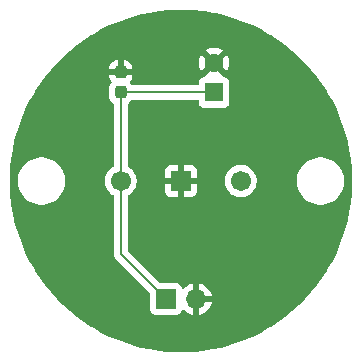
<source format=gbr>
%TF.GenerationSoftware,KiCad,Pcbnew,9.0.1-9.0.1-0~ubuntu24.04.1*%
%TF.CreationDate,2025-04-06T11:06:09+01:00*%
%TF.ProjectId,AccessibleSwitches,41636365-7373-4696-926c-655377697463,rev?*%
%TF.SameCoordinates,Original*%
%TF.FileFunction,Copper,L1,Top*%
%TF.FilePolarity,Positive*%
%FSLAX46Y46*%
G04 Gerber Fmt 4.6, Leading zero omitted, Abs format (unit mm)*
G04 Created by KiCad (PCBNEW 9.0.1-9.0.1-0~ubuntu24.04.1) date 2025-04-06 11:06:09*
%MOMM*%
%LPD*%
G01*
G04 APERTURE LIST*
G04 Aperture macros list*
%AMRoundRect*
0 Rectangle with rounded corners*
0 $1 Rounding radius*
0 $2 $3 $4 $5 $6 $7 $8 $9 X,Y pos of 4 corners*
0 Add a 4 corners polygon primitive as box body*
4,1,4,$2,$3,$4,$5,$6,$7,$8,$9,$2,$3,0*
0 Add four circle primitives for the rounded corners*
1,1,$1+$1,$2,$3*
1,1,$1+$1,$4,$5*
1,1,$1+$1,$6,$7*
1,1,$1+$1,$8,$9*
0 Add four rect primitives between the rounded corners*
20,1,$1+$1,$2,$3,$4,$5,0*
20,1,$1+$1,$4,$5,$6,$7,0*
20,1,$1+$1,$6,$7,$8,$9,0*
20,1,$1+$1,$8,$9,$2,$3,0*%
G04 Aperture macros list end*
%TA.AperFunction,ComponentPad*%
%ADD10C,1.701800*%
%TD*%
%TA.AperFunction,ComponentPad*%
%ADD11R,1.701800X1.701800*%
%TD*%
%TA.AperFunction,SMDPad,CuDef*%
%ADD12RoundRect,0.237500X0.237500X-0.300000X0.237500X0.300000X-0.237500X0.300000X-0.237500X-0.300000X0*%
%TD*%
%TA.AperFunction,ComponentPad*%
%ADD13R,1.600000X1.600000*%
%TD*%
%TA.AperFunction,ComponentPad*%
%ADD14C,1.600000*%
%TD*%
%TA.AperFunction,ComponentPad*%
%ADD15R,1.700000X1.700000*%
%TD*%
%TA.AperFunction,ComponentPad*%
%ADD16O,1.700000X1.700000*%
%TD*%
%TA.AperFunction,Conductor*%
%ADD17C,0.200000*%
%TD*%
G04 APERTURE END LIST*
D10*
%TO.P,SW1,1,1*%
%TO.N,+3.3V*%
X143602379Y-91000000D03*
D11*
%TO.P,SW1,2,2*%
%TO.N,GND*%
X148682379Y-91000000D03*
D10*
%TO.P,SW1,3*%
%TO.N,N/C*%
X153762379Y-91000000D03*
%TD*%
D12*
%TO.P,C1,1*%
%TO.N,+3.3V*%
X143600000Y-83500000D03*
%TO.P,C1,2*%
%TO.N,GND*%
X143600000Y-81775000D03*
%TD*%
D13*
%TO.P,C2,1*%
%TO.N,+3.3V*%
X151500000Y-83500000D03*
D14*
%TO.P,C2,2*%
%TO.N,GND*%
X151500000Y-81000000D03*
%TD*%
D15*
%TO.P,J1,1,Pin_1*%
%TO.N,+3.3V*%
X147432379Y-101000000D03*
D16*
%TO.P,J1,2,Pin_2*%
%TO.N,GND*%
X149972379Y-101000000D03*
%TD*%
D17*
%TO.N,+3.3V*%
X151317621Y-83500000D02*
X151500000Y-83682379D01*
X143782379Y-83682379D02*
X143600000Y-83500000D01*
X143602379Y-91000000D02*
X143602379Y-83502379D01*
X151500000Y-83500000D02*
X143600000Y-83500000D01*
X143602379Y-83897621D02*
X144000000Y-83500000D01*
X147432379Y-101000000D02*
X143602379Y-97170000D01*
X143602379Y-83502379D02*
X143600000Y-83500000D01*
X143602379Y-97170000D02*
X143602379Y-91000000D01*
%TD*%
%TA.AperFunction,Conductor*%
%TO.N,GND*%
G36*
X149082796Y-76505639D02*
G01*
X149131976Y-76508216D01*
X149834390Y-76545027D01*
X149840818Y-76545533D01*
X150589376Y-76624209D01*
X150595752Y-76625049D01*
X151262352Y-76730628D01*
X151339116Y-76742787D01*
X151345499Y-76743970D01*
X151539770Y-76785263D01*
X152081666Y-76900447D01*
X152087953Y-76901956D01*
X152814961Y-77096757D01*
X152821163Y-77098594D01*
X153536952Y-77331169D01*
X153543049Y-77333327D01*
X154001089Y-77509153D01*
X154245686Y-77603045D01*
X154251679Y-77605527D01*
X154939245Y-77911651D01*
X154945071Y-77914429D01*
X155615676Y-78256120D01*
X155621381Y-78259218D01*
X156273176Y-78635532D01*
X156278675Y-78638902D01*
X156909901Y-79048825D01*
X156915218Y-79052479D01*
X157199949Y-79259348D01*
X157524102Y-79494859D01*
X157529253Y-79498811D01*
X158114151Y-79972453D01*
X158119087Y-79976669D01*
X158678387Y-80480264D01*
X158683096Y-80484733D01*
X159215266Y-81016903D01*
X159219735Y-81021612D01*
X159723330Y-81580912D01*
X159727546Y-81585848D01*
X160201188Y-82170746D01*
X160205139Y-82175896D01*
X160640777Y-82775500D01*
X160647509Y-82784765D01*
X160651180Y-82790106D01*
X160885427Y-83150815D01*
X161061086Y-83421306D01*
X161064478Y-83426841D01*
X161440781Y-84078618D01*
X161443879Y-84084323D01*
X161785561Y-84754911D01*
X161788356Y-84760771D01*
X162094470Y-85448316D01*
X162096954Y-85454313D01*
X162366667Y-86156938D01*
X162368834Y-86163058D01*
X162601401Y-86878825D01*
X162603245Y-86885049D01*
X162798040Y-87612033D01*
X162799555Y-87618346D01*
X162956029Y-88354500D01*
X162957212Y-88360883D01*
X163074945Y-89104215D01*
X163075793Y-89110652D01*
X163154464Y-89859160D01*
X163154973Y-89865631D01*
X163194361Y-90617203D01*
X163194531Y-90623693D01*
X163194531Y-91376306D01*
X163194361Y-91382796D01*
X163154973Y-92134368D01*
X163154464Y-92140839D01*
X163075793Y-92889347D01*
X163074945Y-92895784D01*
X162957212Y-93639116D01*
X162956029Y-93645499D01*
X162799555Y-94381653D01*
X162798040Y-94387966D01*
X162603245Y-95114950D01*
X162601401Y-95121174D01*
X162368834Y-95836941D01*
X162366667Y-95843061D01*
X162096954Y-96545686D01*
X162094470Y-96551683D01*
X161788356Y-97239228D01*
X161785561Y-97245088D01*
X161443879Y-97915676D01*
X161440781Y-97921381D01*
X161064478Y-98573158D01*
X161061086Y-98578693D01*
X160651186Y-99209884D01*
X160647509Y-99215234D01*
X160205140Y-99824102D01*
X160201188Y-99829253D01*
X159727546Y-100414151D01*
X159723330Y-100419087D01*
X159219735Y-100978387D01*
X159215266Y-100983096D01*
X158683096Y-101515266D01*
X158678387Y-101519735D01*
X158119087Y-102023330D01*
X158114151Y-102027546D01*
X157529253Y-102501188D01*
X157524102Y-102505140D01*
X156915234Y-102947509D01*
X156909884Y-102951186D01*
X156278693Y-103361086D01*
X156273158Y-103364478D01*
X155621381Y-103740781D01*
X155615676Y-103743879D01*
X154945088Y-104085561D01*
X154939228Y-104088356D01*
X154251683Y-104394470D01*
X154245686Y-104396954D01*
X153543061Y-104666667D01*
X153536941Y-104668834D01*
X152821174Y-104901401D01*
X152814950Y-104903245D01*
X152087966Y-105098040D01*
X152081653Y-105099555D01*
X151345499Y-105256029D01*
X151339116Y-105257212D01*
X150595784Y-105374945D01*
X150589347Y-105375793D01*
X149840839Y-105454464D01*
X149834368Y-105454973D01*
X149082797Y-105494361D01*
X149076307Y-105494531D01*
X148323693Y-105494531D01*
X148317203Y-105494361D01*
X147565631Y-105454973D01*
X147559160Y-105454464D01*
X146810652Y-105375793D01*
X146804215Y-105374945D01*
X146060883Y-105257212D01*
X146054500Y-105256029D01*
X145318346Y-105099555D01*
X145312033Y-105098040D01*
X144585049Y-104903245D01*
X144578825Y-104901401D01*
X143863058Y-104668834D01*
X143856938Y-104666667D01*
X143154313Y-104396954D01*
X143148316Y-104394470D01*
X142460771Y-104088356D01*
X142454911Y-104085561D01*
X141784323Y-103743879D01*
X141778618Y-103740781D01*
X141126841Y-103364478D01*
X141121306Y-103361086D01*
X140490106Y-102951180D01*
X140484765Y-102947509D01*
X139875897Y-102505140D01*
X139870746Y-102501188D01*
X139285848Y-102027546D01*
X139280912Y-102023330D01*
X138721612Y-101519735D01*
X138716903Y-101515266D01*
X138184733Y-100983096D01*
X138180264Y-100978387D01*
X137676669Y-100419087D01*
X137672453Y-100414151D01*
X137198811Y-99829253D01*
X137194859Y-99824102D01*
X137171866Y-99792455D01*
X136752479Y-99215218D01*
X136748825Y-99209901D01*
X136338902Y-98578675D01*
X136335532Y-98573176D01*
X135959218Y-97921381D01*
X135956120Y-97915676D01*
X135614429Y-97245071D01*
X135611651Y-97239245D01*
X135305527Y-96551679D01*
X135303045Y-96545686D01*
X135033327Y-95843049D01*
X135031165Y-95836941D01*
X134798598Y-95121174D01*
X134796754Y-95114950D01*
X134601959Y-94387966D01*
X134600444Y-94381653D01*
X134443970Y-93645499D01*
X134442787Y-93639116D01*
X134430628Y-93562352D01*
X134325049Y-92895752D01*
X134324209Y-92889376D01*
X134245533Y-92140818D01*
X134245027Y-92134390D01*
X134205639Y-91382795D01*
X134205469Y-91376306D01*
X134205469Y-90868872D01*
X134899500Y-90868872D01*
X134899500Y-91131127D01*
X134905835Y-91179240D01*
X134933730Y-91391116D01*
X134998831Y-91634076D01*
X135001602Y-91644418D01*
X135001605Y-91644428D01*
X135101953Y-91886690D01*
X135101958Y-91886700D01*
X135233075Y-92113803D01*
X135392718Y-92321851D01*
X135392726Y-92321860D01*
X135578140Y-92507274D01*
X135578148Y-92507281D01*
X135786196Y-92666924D01*
X136013299Y-92798041D01*
X136013309Y-92798046D01*
X136233730Y-92889347D01*
X136255581Y-92898398D01*
X136508884Y-92966270D01*
X136768880Y-93000500D01*
X136768887Y-93000500D01*
X137031113Y-93000500D01*
X137031120Y-93000500D01*
X137291116Y-92966270D01*
X137544419Y-92898398D01*
X137786697Y-92798043D01*
X138013803Y-92666924D01*
X138221851Y-92507282D01*
X138221855Y-92507277D01*
X138221860Y-92507274D01*
X138407274Y-92321860D01*
X138407277Y-92321855D01*
X138407282Y-92321851D01*
X138566924Y-92113803D01*
X138698043Y-91886697D01*
X138700661Y-91880378D01*
X138745294Y-91772624D01*
X138798398Y-91644419D01*
X138866270Y-91391116D01*
X138900500Y-91131120D01*
X138900500Y-90893642D01*
X142250979Y-90893642D01*
X142250979Y-91106357D01*
X142284255Y-91316455D01*
X142349985Y-91518755D01*
X142349986Y-91518758D01*
X142414014Y-91644418D01*
X142446558Y-91708288D01*
X142571589Y-91880378D01*
X142722001Y-92030790D01*
X142894091Y-92155821D01*
X142934174Y-92176244D01*
X142984970Y-92224218D01*
X143001879Y-92286729D01*
X143001879Y-97083330D01*
X143001878Y-97083348D01*
X143001878Y-97249054D01*
X143001877Y-97249054D01*
X143042802Y-97401785D01*
X143071737Y-97451900D01*
X143071738Y-97451904D01*
X143071739Y-97451904D01*
X143121858Y-97538714D01*
X143121860Y-97538717D01*
X143240728Y-97657585D01*
X143240734Y-97657590D01*
X146045560Y-100462416D01*
X146079045Y-100523739D01*
X146081879Y-100550097D01*
X146081879Y-101897870D01*
X146081880Y-101897876D01*
X146088287Y-101957483D01*
X146138581Y-102092328D01*
X146138585Y-102092335D01*
X146224831Y-102207544D01*
X146224834Y-102207547D01*
X146340043Y-102293793D01*
X146340050Y-102293797D01*
X146474896Y-102344091D01*
X146474895Y-102344091D01*
X146481823Y-102344835D01*
X146534506Y-102350500D01*
X148330251Y-102350499D01*
X148389862Y-102344091D01*
X148524710Y-102293796D01*
X148639925Y-102207546D01*
X148726175Y-102092331D01*
X148775381Y-101960401D01*
X148817251Y-101904468D01*
X148882716Y-101880050D01*
X148950989Y-101894901D01*
X148979244Y-101916053D01*
X149092914Y-102029723D01*
X149092919Y-102029727D01*
X149264821Y-102154620D01*
X149454161Y-102251095D01*
X149656250Y-102316757D01*
X149722379Y-102327231D01*
X149722379Y-101433012D01*
X149779386Y-101465925D01*
X149906553Y-101500000D01*
X150038205Y-101500000D01*
X150165372Y-101465925D01*
X150222379Y-101433012D01*
X150222379Y-102327230D01*
X150288505Y-102316757D01*
X150288508Y-102316757D01*
X150490596Y-102251095D01*
X150679936Y-102154620D01*
X150851838Y-102029727D01*
X150851843Y-102029723D01*
X151002102Y-101879464D01*
X151002106Y-101879459D01*
X151126999Y-101707557D01*
X151223474Y-101518217D01*
X151289136Y-101316129D01*
X151289136Y-101316126D01*
X151299610Y-101250000D01*
X150405391Y-101250000D01*
X150438304Y-101192993D01*
X150472379Y-101065826D01*
X150472379Y-100934174D01*
X150438304Y-100807007D01*
X150405391Y-100750000D01*
X151299610Y-100750000D01*
X151289136Y-100683873D01*
X151289136Y-100683870D01*
X151223474Y-100481782D01*
X151126999Y-100292442D01*
X151002106Y-100120540D01*
X151002102Y-100120535D01*
X150851843Y-99970276D01*
X150851838Y-99970272D01*
X150679936Y-99845379D01*
X150490594Y-99748903D01*
X150288503Y-99683241D01*
X150222379Y-99672768D01*
X150222379Y-100566988D01*
X150165372Y-100534075D01*
X150038205Y-100500000D01*
X149906553Y-100500000D01*
X149779386Y-100534075D01*
X149722379Y-100566988D01*
X149722379Y-99672768D01*
X149722378Y-99672768D01*
X149656254Y-99683241D01*
X149454163Y-99748903D01*
X149264821Y-99845379D01*
X149092920Y-99970271D01*
X148979244Y-100083947D01*
X148917921Y-100117431D01*
X148848229Y-100112447D01*
X148792296Y-100070575D01*
X148775381Y-100039598D01*
X148726176Y-99907671D01*
X148726172Y-99907664D01*
X148639926Y-99792455D01*
X148639923Y-99792452D01*
X148524714Y-99706206D01*
X148524707Y-99706202D01*
X148389861Y-99655908D01*
X148389862Y-99655908D01*
X148330262Y-99649501D01*
X148330260Y-99649500D01*
X148330252Y-99649500D01*
X148330244Y-99649500D01*
X146982476Y-99649500D01*
X146915437Y-99629815D01*
X146894795Y-99613181D01*
X144239198Y-96957584D01*
X144205713Y-96896261D01*
X144202879Y-96869903D01*
X144202879Y-92286729D01*
X144222564Y-92219690D01*
X144270582Y-92176244D01*
X144310667Y-92155821D01*
X144482757Y-92030790D01*
X144633169Y-91880378D01*
X144758200Y-91708288D01*
X144854771Y-91518758D01*
X144920503Y-91316454D01*
X144953779Y-91106358D01*
X144953779Y-90893642D01*
X144920503Y-90683546D01*
X144854771Y-90481242D01*
X144854771Y-90481241D01*
X144758199Y-90291711D01*
X144633169Y-90119622D01*
X144614802Y-90101255D01*
X147331479Y-90101255D01*
X147331479Y-90750000D01*
X148137475Y-90750000D01*
X148126156Y-90769605D01*
X148085479Y-90921417D01*
X148085479Y-91078583D01*
X148126156Y-91230395D01*
X148137475Y-91250000D01*
X147331479Y-91250000D01*
X147331479Y-91898744D01*
X147337880Y-91958272D01*
X147337882Y-91958279D01*
X147388124Y-92092986D01*
X147388128Y-92092993D01*
X147474288Y-92208087D01*
X147474291Y-92208090D01*
X147589385Y-92294250D01*
X147589392Y-92294254D01*
X147724099Y-92344496D01*
X147724106Y-92344498D01*
X147783634Y-92350899D01*
X147783651Y-92350900D01*
X148432379Y-92350900D01*
X148432379Y-91544903D01*
X148451984Y-91556223D01*
X148603796Y-91596900D01*
X148760962Y-91596900D01*
X148912774Y-91556223D01*
X148932379Y-91544903D01*
X148932379Y-92350900D01*
X149581107Y-92350900D01*
X149581123Y-92350899D01*
X149640651Y-92344498D01*
X149640658Y-92344496D01*
X149775365Y-92294254D01*
X149775372Y-92294250D01*
X149890466Y-92208090D01*
X149890469Y-92208087D01*
X149976629Y-92092993D01*
X149976633Y-92092986D01*
X150026875Y-91958279D01*
X150026877Y-91958272D01*
X150033278Y-91898744D01*
X150033279Y-91898727D01*
X150033279Y-91250000D01*
X149227283Y-91250000D01*
X149238602Y-91230395D01*
X149279279Y-91078583D01*
X149279279Y-90921417D01*
X149271837Y-90893642D01*
X152410979Y-90893642D01*
X152410979Y-91106357D01*
X152444255Y-91316455D01*
X152509985Y-91518755D01*
X152509986Y-91518758D01*
X152574014Y-91644418D01*
X152606558Y-91708288D01*
X152731589Y-91880378D01*
X152882001Y-92030790D01*
X153054091Y-92155821D01*
X153147049Y-92203185D01*
X153243620Y-92252392D01*
X153243623Y-92252393D01*
X153344773Y-92285258D01*
X153445925Y-92318124D01*
X153656021Y-92351400D01*
X153656022Y-92351400D01*
X153868736Y-92351400D01*
X153868737Y-92351400D01*
X154078833Y-92318124D01*
X154281137Y-92252392D01*
X154470667Y-92155821D01*
X154642757Y-92030790D01*
X154793169Y-91880378D01*
X154918200Y-91708288D01*
X155014771Y-91518758D01*
X155080503Y-91316454D01*
X155113779Y-91106358D01*
X155113779Y-90893642D01*
X155109856Y-90868872D01*
X158499500Y-90868872D01*
X158499500Y-91131127D01*
X158505835Y-91179240D01*
X158533730Y-91391116D01*
X158598831Y-91634076D01*
X158601602Y-91644418D01*
X158601605Y-91644428D01*
X158701953Y-91886690D01*
X158701958Y-91886700D01*
X158833075Y-92113803D01*
X158992718Y-92321851D01*
X158992726Y-92321860D01*
X159178140Y-92507274D01*
X159178148Y-92507281D01*
X159386196Y-92666924D01*
X159613299Y-92798041D01*
X159613309Y-92798046D01*
X159833730Y-92889347D01*
X159855581Y-92898398D01*
X160108884Y-92966270D01*
X160368880Y-93000500D01*
X160368887Y-93000500D01*
X160631113Y-93000500D01*
X160631120Y-93000500D01*
X160891116Y-92966270D01*
X161144419Y-92898398D01*
X161386697Y-92798043D01*
X161613803Y-92666924D01*
X161821851Y-92507282D01*
X161821855Y-92507277D01*
X161821860Y-92507274D01*
X162007274Y-92321860D01*
X162007277Y-92321855D01*
X162007282Y-92321851D01*
X162166924Y-92113803D01*
X162298043Y-91886697D01*
X162300661Y-91880378D01*
X162345294Y-91772624D01*
X162398398Y-91644419D01*
X162466270Y-91391116D01*
X162500500Y-91131120D01*
X162500500Y-90868880D01*
X162466270Y-90608884D01*
X162398398Y-90355581D01*
X162345294Y-90227376D01*
X162298046Y-90113309D01*
X162298041Y-90113299D01*
X162166924Y-89886196D01*
X162007281Y-89678148D01*
X162007274Y-89678140D01*
X161821860Y-89492726D01*
X161821851Y-89492718D01*
X161613803Y-89333075D01*
X161386700Y-89201958D01*
X161386690Y-89201953D01*
X161144428Y-89101605D01*
X161144421Y-89101603D01*
X161144419Y-89101602D01*
X160891116Y-89033730D01*
X160833339Y-89026123D01*
X160631127Y-88999500D01*
X160631120Y-88999500D01*
X160368880Y-88999500D01*
X160368872Y-88999500D01*
X160137772Y-89029926D01*
X160108884Y-89033730D01*
X159855581Y-89101602D01*
X159855571Y-89101605D01*
X159613309Y-89201953D01*
X159613299Y-89201958D01*
X159386196Y-89333075D01*
X159178148Y-89492718D01*
X158992718Y-89678148D01*
X158833075Y-89886196D01*
X158701958Y-90113299D01*
X158701953Y-90113309D01*
X158601605Y-90355571D01*
X158601602Y-90355581D01*
X158533730Y-90608884D01*
X158532208Y-90620447D01*
X158499500Y-90868872D01*
X155109856Y-90868872D01*
X155080503Y-90683546D01*
X155014771Y-90481242D01*
X155014771Y-90481241D01*
X154918199Y-90291711D01*
X154793169Y-90119622D01*
X154642757Y-89969210D01*
X154470667Y-89844179D01*
X154430581Y-89823754D01*
X154281137Y-89747607D01*
X154281134Y-89747606D01*
X154078834Y-89681876D01*
X153973785Y-89665238D01*
X153868737Y-89648600D01*
X153656021Y-89648600D01*
X153585989Y-89659692D01*
X153445923Y-89681876D01*
X153243623Y-89747606D01*
X153243620Y-89747607D01*
X153054090Y-89844179D01*
X152996258Y-89886197D01*
X152882001Y-89969210D01*
X152881999Y-89969212D01*
X152881998Y-89969212D01*
X152731591Y-90119619D01*
X152731591Y-90119620D01*
X152731589Y-90119622D01*
X152694379Y-90170837D01*
X152606558Y-90291711D01*
X152509986Y-90481241D01*
X152509985Y-90481244D01*
X152444255Y-90683544D01*
X152410979Y-90893642D01*
X149271837Y-90893642D01*
X149238602Y-90769605D01*
X149227283Y-90750000D01*
X150033279Y-90750000D01*
X150033279Y-90101272D01*
X150033278Y-90101255D01*
X150026877Y-90041727D01*
X150026875Y-90041720D01*
X149976633Y-89907013D01*
X149976629Y-89907006D01*
X149890469Y-89791912D01*
X149890466Y-89791909D01*
X149775372Y-89705749D01*
X149775365Y-89705745D01*
X149640658Y-89655503D01*
X149640651Y-89655501D01*
X149581123Y-89649100D01*
X148932379Y-89649100D01*
X148932379Y-90455096D01*
X148912774Y-90443777D01*
X148760962Y-90403100D01*
X148603796Y-90403100D01*
X148451984Y-90443777D01*
X148432379Y-90455096D01*
X148432379Y-89649100D01*
X147783634Y-89649100D01*
X147724106Y-89655501D01*
X147724099Y-89655503D01*
X147589392Y-89705745D01*
X147589385Y-89705749D01*
X147474291Y-89791909D01*
X147474288Y-89791912D01*
X147388128Y-89907006D01*
X147388124Y-89907013D01*
X147337882Y-90041720D01*
X147337880Y-90041727D01*
X147331479Y-90101255D01*
X144614802Y-90101255D01*
X144482757Y-89969210D01*
X144310667Y-89844179D01*
X144310663Y-89844176D01*
X144310656Y-89844172D01*
X144270584Y-89823754D01*
X144219788Y-89775780D01*
X144202879Y-89713270D01*
X144202879Y-84510934D01*
X144222564Y-84443895D01*
X144261782Y-84405396D01*
X144283336Y-84392100D01*
X144298350Y-84382840D01*
X144420340Y-84260850D01*
X144442761Y-84224500D01*
X144482914Y-84159403D01*
X144534862Y-84112678D01*
X144588452Y-84100500D01*
X150075501Y-84100500D01*
X150142540Y-84120185D01*
X150188295Y-84172989D01*
X150199501Y-84224500D01*
X150199501Y-84347876D01*
X150205908Y-84407483D01*
X150256202Y-84542328D01*
X150256206Y-84542335D01*
X150342452Y-84657544D01*
X150342455Y-84657547D01*
X150457664Y-84743793D01*
X150457671Y-84743797D01*
X150592517Y-84794091D01*
X150592516Y-84794091D01*
X150599444Y-84794835D01*
X150652127Y-84800500D01*
X152347872Y-84800499D01*
X152407483Y-84794091D01*
X152542331Y-84743796D01*
X152657546Y-84657546D01*
X152743796Y-84542331D01*
X152794091Y-84407483D01*
X152800500Y-84347873D01*
X152800499Y-82652128D01*
X152794091Y-82592517D01*
X152790122Y-82581876D01*
X152743797Y-82457671D01*
X152743793Y-82457664D01*
X152657547Y-82342455D01*
X152657544Y-82342452D01*
X152542335Y-82256206D01*
X152542328Y-82256202D01*
X152407482Y-82205908D01*
X152407483Y-82205908D01*
X152347883Y-82199501D01*
X152347881Y-82199500D01*
X152347873Y-82199500D01*
X152347864Y-82199500D01*
X152344548Y-82199322D01*
X152344632Y-82197742D01*
X152283579Y-82179815D01*
X152237824Y-82127011D01*
X152230173Y-82083725D01*
X151546447Y-81400000D01*
X151552661Y-81400000D01*
X151654394Y-81372741D01*
X151745606Y-81320080D01*
X151820080Y-81245606D01*
X151872741Y-81154394D01*
X151900000Y-81052661D01*
X151900000Y-81046448D01*
X152579474Y-81725922D01*
X152579474Y-81725921D01*
X152611859Y-81681349D01*
X152704755Y-81499031D01*
X152767990Y-81304417D01*
X152800000Y-81102317D01*
X152800000Y-80897682D01*
X152767990Y-80695582D01*
X152704755Y-80500968D01*
X152611859Y-80318650D01*
X152579474Y-80274077D01*
X152579474Y-80274076D01*
X151900000Y-80953551D01*
X151900000Y-80947339D01*
X151872741Y-80845606D01*
X151820080Y-80754394D01*
X151745606Y-80679920D01*
X151654394Y-80627259D01*
X151552661Y-80600000D01*
X151546446Y-80600000D01*
X152225922Y-79920524D01*
X152225921Y-79920523D01*
X152181359Y-79888147D01*
X152181350Y-79888141D01*
X151999031Y-79795244D01*
X151804417Y-79732009D01*
X151602317Y-79700000D01*
X151397683Y-79700000D01*
X151195582Y-79732009D01*
X151000968Y-79795244D01*
X150818644Y-79888143D01*
X150774077Y-79920523D01*
X150774077Y-79920524D01*
X151453554Y-80600000D01*
X151447339Y-80600000D01*
X151345606Y-80627259D01*
X151254394Y-80679920D01*
X151179920Y-80754394D01*
X151127259Y-80845606D01*
X151100000Y-80947339D01*
X151100000Y-80953553D01*
X150420524Y-80274077D01*
X150420523Y-80274077D01*
X150388143Y-80318644D01*
X150295244Y-80500968D01*
X150232009Y-80695582D01*
X150200000Y-80897682D01*
X150200000Y-81102317D01*
X150232009Y-81304417D01*
X150295244Y-81499031D01*
X150388141Y-81681350D01*
X150388147Y-81681359D01*
X150420523Y-81725921D01*
X150420524Y-81725922D01*
X151100000Y-81046446D01*
X151100000Y-81052661D01*
X151127259Y-81154394D01*
X151179920Y-81245606D01*
X151254394Y-81320080D01*
X151345606Y-81372741D01*
X151447339Y-81400000D01*
X151453553Y-81400000D01*
X150769067Y-82084483D01*
X150758633Y-82134150D01*
X150709581Y-82183906D01*
X150655365Y-82198000D01*
X150655423Y-82199099D01*
X150655429Y-82199146D01*
X150655426Y-82199146D01*
X150655436Y-82199324D01*
X150652123Y-82199501D01*
X150592516Y-82205908D01*
X150457671Y-82256202D01*
X150457664Y-82256206D01*
X150342455Y-82342452D01*
X150342452Y-82342455D01*
X150256206Y-82457664D01*
X150256202Y-82457671D01*
X150205908Y-82592517D01*
X150203259Y-82617160D01*
X150199501Y-82652123D01*
X150199500Y-82652135D01*
X150199500Y-82775500D01*
X150179815Y-82842539D01*
X150127011Y-82888294D01*
X150075500Y-82899500D01*
X144588452Y-82899500D01*
X144581522Y-82897465D01*
X144574408Y-82898702D01*
X144548445Y-82887752D01*
X144521413Y-82879815D01*
X144515109Y-82873693D01*
X144510029Y-82871551D01*
X144493656Y-82852860D01*
X144486145Y-82845566D01*
X144484464Y-82843111D01*
X144420340Y-82739150D01*
X144397886Y-82716696D01*
X144391391Y-82707212D01*
X144383987Y-82684482D01*
X144372532Y-82663504D01*
X144373364Y-82651869D01*
X144369751Y-82640778D01*
X144375810Y-82617653D01*
X144377516Y-82593812D01*
X144385186Y-82581876D01*
X144387463Y-82573191D01*
X144395541Y-82565765D01*
X144406021Y-82549460D01*
X144419947Y-82535535D01*
X144510448Y-82388811D01*
X144510453Y-82388800D01*
X144564680Y-82225152D01*
X144574999Y-82124154D01*
X144575000Y-82124141D01*
X144575000Y-82025000D01*
X142625001Y-82025000D01*
X142625001Y-82124154D01*
X142635319Y-82225152D01*
X142689546Y-82388800D01*
X142689551Y-82388811D01*
X142780052Y-82535534D01*
X142780055Y-82535538D01*
X142793982Y-82549465D01*
X142827467Y-82610788D01*
X142822483Y-82680480D01*
X142793984Y-82724825D01*
X142779661Y-82739148D01*
X142689093Y-82885981D01*
X142689091Y-82885986D01*
X142684613Y-82899500D01*
X142634826Y-83049747D01*
X142634826Y-83049748D01*
X142634825Y-83049748D01*
X142624500Y-83150815D01*
X142624500Y-83849169D01*
X142624501Y-83849187D01*
X142634825Y-83950252D01*
X142660821Y-84028700D01*
X142689092Y-84114016D01*
X142779660Y-84260850D01*
X142901650Y-84382840D01*
X142942977Y-84408330D01*
X142989700Y-84460275D01*
X143001879Y-84513867D01*
X143001879Y-89713270D01*
X142982194Y-89780309D01*
X142934174Y-89823754D01*
X142894101Y-89844172D01*
X142894094Y-89844176D01*
X142790837Y-89919197D01*
X142722001Y-89969210D01*
X142721999Y-89969212D01*
X142721998Y-89969212D01*
X142571591Y-90119619D01*
X142571591Y-90119620D01*
X142571589Y-90119622D01*
X142534379Y-90170837D01*
X142446558Y-90291711D01*
X142349986Y-90481241D01*
X142349985Y-90481244D01*
X142284255Y-90683544D01*
X142250979Y-90893642D01*
X138900500Y-90893642D01*
X138900500Y-90868880D01*
X138866270Y-90608884D01*
X138798398Y-90355581D01*
X138745294Y-90227376D01*
X138698046Y-90113309D01*
X138698041Y-90113299D01*
X138566924Y-89886196D01*
X138407281Y-89678148D01*
X138407274Y-89678140D01*
X138221860Y-89492726D01*
X138221851Y-89492718D01*
X138013803Y-89333075D01*
X137786700Y-89201958D01*
X137786690Y-89201953D01*
X137544428Y-89101605D01*
X137544421Y-89101603D01*
X137544419Y-89101602D01*
X137291116Y-89033730D01*
X137233339Y-89026123D01*
X137031127Y-88999500D01*
X137031120Y-88999500D01*
X136768880Y-88999500D01*
X136768872Y-88999500D01*
X136537772Y-89029926D01*
X136508884Y-89033730D01*
X136255581Y-89101602D01*
X136255571Y-89101605D01*
X136013309Y-89201953D01*
X136013299Y-89201958D01*
X135786196Y-89333075D01*
X135578148Y-89492718D01*
X135392718Y-89678148D01*
X135233075Y-89886196D01*
X135101958Y-90113299D01*
X135101953Y-90113309D01*
X135001605Y-90355571D01*
X135001602Y-90355581D01*
X134933730Y-90608884D01*
X134932208Y-90620447D01*
X134899500Y-90868872D01*
X134205469Y-90868872D01*
X134205469Y-90623693D01*
X134205639Y-90617204D01*
X134214728Y-90443777D01*
X134245028Y-89865606D01*
X134245533Y-89859184D01*
X134324210Y-89110618D01*
X134325049Y-89104252D01*
X134442787Y-88360880D01*
X134443970Y-88354500D01*
X134445095Y-88349207D01*
X134600449Y-87618324D01*
X134601953Y-87612054D01*
X134796760Y-86885028D01*
X134798591Y-86878846D01*
X135031173Y-86163034D01*
X135033323Y-86156962D01*
X135303051Y-85454296D01*
X135305521Y-85448333D01*
X135611658Y-84760739D01*
X135614422Y-84754943D01*
X135956128Y-84084307D01*
X135959209Y-84078634D01*
X136335542Y-83426806D01*
X136338891Y-83421341D01*
X136748836Y-82790080D01*
X136752466Y-82784799D01*
X137194878Y-82175872D01*
X137198792Y-82170770D01*
X137672459Y-81585840D01*
X137676669Y-81580912D01*
X137816292Y-81425845D01*
X142625000Y-81425845D01*
X142625000Y-81525000D01*
X143350000Y-81525000D01*
X143850000Y-81525000D01*
X144574999Y-81525000D01*
X144574999Y-81425860D01*
X144574998Y-81425845D01*
X144564680Y-81324847D01*
X144510453Y-81161199D01*
X144510448Y-81161188D01*
X144419947Y-81014465D01*
X144419944Y-81014461D01*
X144298038Y-80892555D01*
X144298034Y-80892552D01*
X144151311Y-80802051D01*
X144151300Y-80802046D01*
X143987652Y-80747819D01*
X143886654Y-80737500D01*
X143850000Y-80737500D01*
X143850000Y-81525000D01*
X143350000Y-81525000D01*
X143350000Y-80737500D01*
X143313361Y-80737500D01*
X143313343Y-80737501D01*
X143212347Y-80747819D01*
X143048699Y-80802046D01*
X143048688Y-80802051D01*
X142901965Y-80892552D01*
X142901961Y-80892555D01*
X142780055Y-81014461D01*
X142780052Y-81014465D01*
X142689551Y-81161188D01*
X142689546Y-81161199D01*
X142635319Y-81324847D01*
X142625000Y-81425845D01*
X137816292Y-81425845D01*
X138180282Y-81021592D01*
X138184714Y-81016922D01*
X138716922Y-80484714D01*
X138721592Y-80480282D01*
X139280920Y-79976662D01*
X139285848Y-79972453D01*
X139349975Y-79920524D01*
X139870770Y-79498792D01*
X139875872Y-79494878D01*
X140484799Y-79052466D01*
X140490080Y-79048836D01*
X141121341Y-78638891D01*
X141126806Y-78635542D01*
X141778634Y-78259209D01*
X141784307Y-78256128D01*
X142454943Y-77914422D01*
X142460739Y-77911658D01*
X143148333Y-77605521D01*
X143154296Y-77603051D01*
X143856962Y-77333323D01*
X143863034Y-77331173D01*
X144578846Y-77098591D01*
X144585028Y-77096760D01*
X145312054Y-76901953D01*
X145318324Y-76900449D01*
X146054502Y-76743969D01*
X146060883Y-76742787D01*
X146804252Y-76625049D01*
X146810618Y-76624210D01*
X147559184Y-76545533D01*
X147565606Y-76545028D01*
X148271600Y-76508028D01*
X148317204Y-76505639D01*
X148323693Y-76505469D01*
X149076307Y-76505469D01*
X149082796Y-76505639D01*
G37*
%TD.AperFunction*%
%TD*%
M02*

</source>
